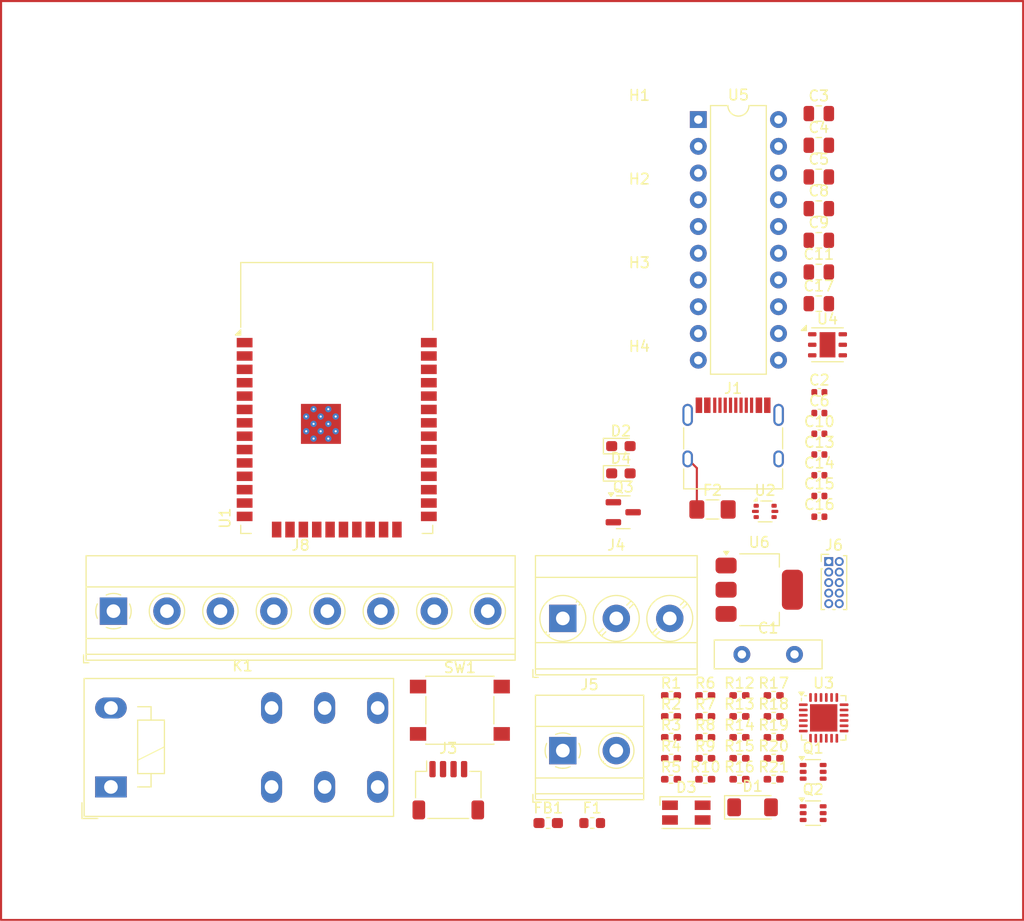
<source format=kicad_pcb>
(kicad_pcb (version 20240108) (generator "pcbnew") (generator_version "8.0")
  (layers (0 "F.Cu" signal) (31 "B.Cu" signal) (34 "B.Paste" user) (35 "F.Paste" user) (36 "B.SilkS" user "B.Silkscreen") (37 "F.SilkS" user "F.Silkscreen") (38 "B.Mask" user) (39 "F.Mask" user) (44 "Edge.Cuts" user))
  (net 0 "")
  (net 1 "Net-(J8-Pin_1)")
  (net 2 "+5V")
  (net 3 "+3.3V")
  (net 4 "/SW")
  (net 5 "Net-(U1-EN)")
  (net 6 "Net-(D1-A)")
  (net 7 "Net-(D2-A)")
  (net 8 "Net-(D3-GK)")
  (net 9 "Net-(D3-BK)")
  (net 10 "Net-(D3-RK)")
  (net 11 "Net-(D4-A)")
  (net 12 "Net-(J5-Pin_1)")
  (net 13 "Net-(F2-Pad2)")
  (net 14 "+5VP")
  (net 16 "Net-(J1-CC2)")
  (net 17 "Net-(J1-D+-PadA6)")
  (net 18 "Net-(J1-D--PadA7)")
  (net 20 "Net-(J1-CC1)")
  (net 21 "Net-(J3-Pin_4)")
  (net 22 "Net-(J3-Pin_3)")
  (net 23 "Net-(J4-Pin_1)")
  (net 24 "Net-(J4-Pin_2)")
  (net 25 "Net-(J4-Pin_3)")
  (net 26 "/GPIO34")
  (net 27 "/GPIO35")
  (net 28 "/GPIO32")
  (net 29 "/GPIO26")
  (net 31 "/GPIO33")
  (net 32 "/GPIO27")
  (net 33 "/RTS")
  (net 34 "/DTR")
  (net 35 "/IO0")
  (net 36 "/EN")
  (net 37 "Net-(Q3-B)")
  (net 38 "Net-(U3-~{RST})")
  (net 39 "Net-(U3-TXD)")
  (net 40 "/RX")
  (net 42 "Net-(U3-RXD)")
  (net 43 "/LED_R")
  (net 44 "/LED_G")
  (net 45 "/LED_B")
  (net 46 "/RELAY")
  (net 47 "Net-(U5-B0)")
  (net 48 "Net-(J5-Pin_3)")
  (net 49 "Net-(U5-B1)")
  (net 50 "Net-(J5-Pin_4)")
  (net 51 "Net-(U5-B2)")
  (net 52 "Net-(J5-Pin_5)")
  (net 53 "Net-(J5-Pin_6)")
  (net 54 "Net-(U5-B3)")
  (net 59 "/LEDSTR2")
  (net 62 "/LEDSTR3")
  (net 68 "/LEDSTR1")
  (net 71 "/LEDSTR4")
  (net 75 "Net-(U3-D-)")
  (net 76 "Net-(U3-D+)")
  (net 78 "Net-(U3-VPP)")
  (footprint "MountingHole:MountingHole_3.2mm_M3" (layer "F.Cu") (at 126.94 91.36)
    (property "Reference" "H3" (at 0 -4.2 0) (layer "F.SilkS"))
    (property "Value" "Hole_Pad")
    (pad "" np_thru_hole circle (at 0 0) (size 3.2 3.2) (drill 3.2) (layers "*.Cu" "*.Mask"))
  )
  (footprint "Resistor_SMD:R_0402_1005Metric_Pad0.72x0.64mm_HandSolder" (layer "F.Cu") (at 139.7 130.26)
    (property "Reference" "R18" (at 0 -1.17 0) (layer "F.SilkS"))
    (property "Value" "22R")
    (pad "1" smd roundrect (at -0.5975 0) (size 0.715 0.64) (layers "F.Cu" "F.Paste" "F.Mask") (net 47 "Net-(U5-B0)"))
    (pad "2" smd roundrect (at 0.5975 0) (size 0.715 0.64) (layers "F.Cu" "F.Paste" "F.Mask") (net 48 "Net-(J5-Pin_3)"))
  )
  (footprint "Resistor_SMD:R_0402_1005Metric_Pad0.72x0.64mm_HandSolder" (layer "F.Cu") (at 133.2 128.27)
    (property "Reference" "R6" (at 0 -1.17 0) (layer "F.SilkS"))
    (property "Value" "10K")
    (pad "1" smd roundrect (at -0.5975 0) (size 0.715 0.64) (layers "F.Cu" "F.Paste" "F.Mask") (net 2 "+5V"))
    (pad "2" smd roundrect (at 0.5975 0) (size 0.715 0.64) (layers "F.Cu" "F.Paste" "F.Mask") (net 11 "Net-(D4-A)"))
  )
  (footprint "Resistor_SMD:R_0402_1005Metric_Pad0.72x0.64mm_HandSolder" (layer "F.Cu") (at 139.7 136.23)
    (property "Reference" "R21" (at 0 -1.17 0) (layer "F.SilkS"))
    (property "Value" "22R")
    (pad "1" smd roundrect (at -0.5975 0) (size 0.715 0.64) (layers "F.Cu" "F.Paste" "F.Mask") (net 54 "Net-(U5-B3)"))
    (pad "2" smd roundrect (at 0.5975 0) (size 0.715 0.64) (layers "F.Cu" "F.Paste" "F.Mask") (net 53 "Net-(J5-Pin_6)"))
  )
  (footprint "Capacitor_SMD:C_0805_2012Metric" (layer "F.Cu") (at 143.99 85.03)
    (property "Reference" "C9" (at 0 -1.68 0) (layer "F.SilkS"))
    (property "Value" "22u")
    (pad "1" smd roundrect (at -0.95 0) (size 1 1.45) (layers "F.Cu" "F.Paste" "F.Mask") (net 3 "+3.3V"))
    (pad "2" smd roundrect (at 0.95 0) (size 1 1.45) (layers "F.Cu" "F.Paste" "F.Mask") (net 2 "+5V"))
  )
  (footprint "Package_DFN_QFN:DFN-6-1EP_3x3mm_P1mm_EP1.5x2.4mm" (layer "F.Cu") (at 144.815 94.955)
    (property "Reference" "U4" (at 0 -2.45 0) (layer "F.SilkS"))
    (property "Value" "Si7021-A20")
    (pad "1" smd roundrect (at -1.45 -1) (size 0.8 0.4) (layers "F.Cu" "F.Paste" "F.Mask") (net 22 "Net-(J3-Pin_3)"))
    (pad "2" smd roundrect (at -1.45 0) (size 0.8 0.4) (layers "F.Cu" "F.Paste" "F.Mask") (net 2 "+5V"))
    (pad "3" smd roundrect (at -1.45 1) (size 0.8 0.4) (layers "F.Cu" "F.Paste" "F.Mask"))
    (pad "4" smd roundrect (at 1.45 1) (size 0.8 0.4) (layers "F.Cu" "F.Paste" "F.Mask"))
    (pad "5" smd roundrect (at 1.45 0) (size 0.8 0.4) (layers "F.Cu" "F.Paste" "F.Mask") (net 3 "+3.3V"))
    (pad "6" smd roundrect (at 1.45 -1) (size 0.8 0.4) (layers "F.Cu" "F.Paste" "F.Mask") (net 21 "Net-(J3-Pin_4)"))
    (pad "7" smd rect (at 0 0) (size 1.5 2.4) (property pad_prop_heatsink) (layers "F.Cu" "F.Mask") (net 2 "+5V"))
  )
  (footprint "Resistor_SMD:R_0402_1005Metric_Pad0.72x0.64mm_HandSolder" (layer "F.Cu") (at 133.2 136.23)
    (property "Reference" "R10" (at 0 -1.17 0) (layer "F.SilkS"))
    (property "Value" "1K")
    (pad "1" smd roundrect (at -0.5975 0) (size 0.715 0.64) (layers "F.Cu" "F.Paste" "F.Mask") (net 45 "/LED_B"))
    (pad "2" smd roundrect (at 0.5975 0) (size 0.715 0.64) (layers "F.Cu" "F.Paste" "F.Mask") (net 9 "Net-(D3-BK)"))
  )
  (footprint "Capacitor_SMD:C_0402_1005Metric" (layer "F.Cu") (at 144.04 105.38)
    (property "Reference" "C13" (at 0 -1.16 0) (layer "F.SilkS"))
    (property "Value" "100n")
    (pad "1" smd roundrect (at -0.48 0) (size 0.56 0.62) (layers "F.Cu" "F.Paste" "F.Mask") (net 3 "+3.3V"))
    (pad "2" smd roundrect (at 0.48 0) (size 0.56 0.62) (layers "F.Cu" "F.Paste" "F.Mask") (net 2 "+5V"))
  )
  (footprint "Capacitor_SMD:C_0805_2012Metric" (layer "F.Cu") (at 143.99 91.05)
    (property "Reference" "C17" (at 0 -1.68 0) (layer "F.SilkS"))
    (property "Value" "22u")
    (pad "1" smd roundrect (at -0.95 0) (size 1 1.45) (layers "F.Cu" "F.Paste" "F.Mask") (net 3 "+3.3V"))
    (pad "2" smd roundrect (at 0.95 0) (size 1 1.45) (layers "F.Cu" "F.Paste" "F.Mask") (net 2 "+5V"))
  )
  (footprint "Resistor_SMD:R_0402_1005Metric_Pad0.72x0.64mm_HandSolder" (layer "F.Cu") (at 129.95 136.23)
    (property "Reference" "R5" (at 0 -1.17 0) (layer "F.SilkS"))
    (property "Value" "22R")
    (pad "1" smd roundrect (at -0.5975 0) (size 0.715 0.64) (layers "F.Cu" "F.Paste" "F.Mask") (net 42 "Net-(U3-RXD)"))
    (pad "2" smd roundrect (at 0.5975 0) (size 0.715 0.64) (layers "F.Cu" "F.Paste" "F.Mask"))
  )
  (footprint "Capacitor_SMD:C_0805_2012Metric" (layer "F.Cu") (at 143.99 72.99)
    (property "Reference" "C3" (at 0 -1.68 0) (layer "F.SilkS"))
    (property "Value" "47u")
    (pad "1" smd roundrect (at -0.95 0) (size 1 1.45) (layers "F.Cu" "F.Paste" "F.Mask") (net 2 "+5V"))
    (pad "2" smd roundrect (at 0.95 0) (size 1 1.45) (layers "F.Cu" "F.Paste" "F.Mask") (net 2 "+5V"))
  )
  (footprint "Capacitor_SMD:C_0402_1005Metric" (layer "F.Cu") (at 144.04 99.47)
    (property "Reference" "C2" (at 0 -1.16 0) (layer "F.SilkS"))
    (property "Value" "100n")
    (pad "1" smd roundrect (at -0.48 0) (size 0.56 0.62) (layers "F.Cu" "F.Paste" "F.Mask") (net 2 "+5V"))
    (pad "2" smd roundrect (at 0.48 0) (size 0.56 0.62) (layers "F.Cu" "F.Paste" "F.Mask") (net 2 "+5V"))
  )
  (footprint "TerminalBlock_Phoenix:TerminalBlock_Phoenix_MKDS-1,5-2-5.08_1x02_P5.08mm_Horizontal" (layer "F.Cu") (at 119.67 133.51)
    (property "Reference" "J5" (at 2.54 -6.26 0) (layer "F.SilkS"))
    (property "Value" "Screw_Terminal_01x08")
    (pad "1" thru_hole rect (at 0 0) (size 2.6 2.6) (drill 1.3) (layers "*.Cu" "*.Mask") (net 12 "Net-(J5-Pin_1)"))
    (pad "2" thru_hole circle (at 5.08 0) (size 2.6 2.6) (drill 1.3) (layers "*.Cu" "*.Mask") (net 12 "Net-(J5-Pin_1)"))
  )
  (footprint "Package_TO_SOT_SMD:SOT-363_SC-70-6" (layer "F.Cu") (at 143.45 135.525)
    (property "Reference" "Q1" (at 0 -2.25 0) (layer "F.SilkS"))
    (property "Value" "UMH3N")
    (pad "1" smd roundrect (at -0.95 -0.65) (size 0.65 0.4) (layers "F.Cu" "F.Paste" "F.Mask"))
    (pad "2" smd roundrect (at -0.95 0) (size 0.65 0.4) (layers "F.Cu" "F.Paste" "F.Mask"))
    (pad "3" smd roundrect (at -0.95 0.65) (size 0.65 0.4) (layers "F.Cu" "F.Paste" "F.Mask") (net 35 "/IO0"))
    (pad "4" smd roundrect (at 0.95 0.65) (size 0.65 0.4) (layers "F.Cu" "F.Paste" "F.Mask") (net 34 "/DTR"))
    (pad "5" smd roundrect (at 0.95 0) (size 0.65 0.4) (layers "F.Cu" "F.Paste" "F.Mask") (net 33 "/RTS"))
    (pad "6" smd roundrect (at 0.95 -0.65) (size 0.65 0.4) (layers "F.Cu" "F.Paste" "F.Mask"))
  )
  (footprint "Resistor_SMD:R_0402_1005Metric_Pad0.72x0.64mm_HandSolder" (layer "F.Cu") (at 139.7 134.24)
    (property "Reference" "R20" (at 0 -1.17 0) (layer "F.SilkS"))
    (property "Value" "22R")
    (pad "1" smd roundrect (at -0.5975 0) (size 0.715 0.64) (layers "F.Cu" "F.Paste" "F.Mask") (net 51 "Net-(U5-B2)"))
    (pad "2" smd roundrect (at 0.5975 0) (size 0.715 0.64) (layers "F.Cu" "F.Paste" "F.Mask") (net 52 "Net-(J5-Pin_5)"))
  )
  (footprint "Resistor_SMD:R_0402_1005Metric_Pad0.72x0.64mm_HandSolder" (layer "F.Cu") (at 133.2 134.24)
    (property "Reference" "R9" (at 0 -1.17 0) (layer "F.SilkS"))
    (property "Value" "1K")
    (pad "1" smd roundrect (at -0.5975 0) (size 0.715 0.64) (layers "F.Cu" "F.Paste" "F.Mask") (net 44 "/LED_G"))
    (pad "2" smd roundrect (at 0.5975 0) (size 0.715 0.64) (layers "F.Cu" "F.Paste" "F.Mask") (net 8 "Net-(D3-GK)"))
  )
  (footprint "Resistor_SMD:R_0402_1005Metric_Pad0.72x0.64mm_HandSolder" (layer "F.Cu") (at 136.45 128.27)
    (property "Reference" "R12" (at 0 -1.17 0) (layer "F.SilkS"))
    (property "Value" "47K")
    (pad "1" smd roundrect (at -0.5975 0) (size 0.715 0.64) (layers "F.Cu" "F.Paste" "F.Mask") (net 3 "+3.3V"))
    (pad "2" smd roundrect (at 0.5975 0) (size 0.715 0.64) (layers "F.Cu" "F.Paste" "F.Mask") (net 22 "Net-(J3-Pin_3)"))
  )
  (footprint "TerminalBlock_Phoenix:TerminalBlock_Phoenix_MKDS-1,5-8-5.08_1x08_P5.08mm_Horizontal" (layer "F.Cu") (at 76.98 120.26)
    (property "Reference" "J8" (at 17.78 -6.26 0) (layer "F.SilkS"))
    (property "Value" "Screw_Terminal_01x02")
    (pad "1" thru_hole rect (at 0 0) (size 2.6 2.6) (drill 1.3) (layers "*.Cu" "*.Mask") (net 1 "Net-(J8-Pin_1)"))
    (pad "2" thru_hole circle (at 5.08 0) (size 2.6 2.6) (drill 1.3) (layers "*.Cu" "*.Mask") (net 2 "+5V"))
    (pad "3" thru_hole circle (at 10.16 0) (size 2.6 2.6) (drill 1.3) (layers "*.Cu" "*.Mask"))
    (pad "4" thru_hole circle (at 15.24 0) (size 2.6 2.6) (drill 1.3) (layers "*.Cu" "*.Mask"))
    (pad "5" thru_hole circle (at 20.32 0) (size 2.6 2.6) (drill 1.3) (layers "*.Cu" "*.Mask"))
    (pad "6" thru_hole circle (at 25.4 0) (size 2.6 2.6) (drill 1.3) (layers "*.Cu" "*.Mask"))
    (pad "7" thru_hole circle (at 30.48 0) (size 2.6 2.6) (drill 1.3) (layers "*.Cu" "*.Mask"))
    (pad "8" thru_hole circle (at 35.56 0) (size 2.6 2.6) (drill 1.3) (layers "*.Cu" "*.Mask"))
  )
  (footprint "LED_SMD:LED_RGB_Wuerth-PLCC4_3.2x2.8mm_150141M173100" (layer "F.Cu") (at 131.4 139.4)
    (property "Reference" "D3" (at 0 -2.4 0) (layer "F.SilkS"))
    (property "Value" "LED_RGBA")
    (pad "1" smd rect (at 1.55 -0.7) (size 1.5 0.9) (layers "F.Cu" "F.Paste" "F.Mask") (net 10 "Net-(D3-RK)"))
    (pad "2" smd rect (at 1.55 0.7) (size 1.5 0.9) (layers "F.Cu" "F.Paste" "F.Mask") (net 8 "Net-(D3-GK)"))
    (pad "3" smd rect (at -1.55 -0.7) (size 1.5 0.9) (layers "F.Cu" "F.Paste" "F.Mask") (net 9 "Net-(D3-BK)"))
    (pad "4" smd rect (at -1.55 0.7) (size 1.5 0.9) (layers "F.Cu" "F.Paste" "F.Mask") (net 3 "+3.3V"))
  )
  (footprint "Package_TO_SOT_SMD:SOT-363_SC-70-6" (layer "F.Cu") (at 143.45 139.45)
    (property "Reference" "Q2" (at 0 -2.25 0) (layer "F.SilkS"))
    (property "Value" "UMH3N")
    (pad "1" smd roundrect (at -0.95 -0.65) (size 0.65 0.4) (layers "F.Cu" "F.Paste" "F.Mask") (net 36 "/EN"))
    (pad "2" smd roundrect (at -0.95 0) (size 0.65 0.4) (layers "F.Cu" "F.Paste" "F.Mask") (net 34 "/DTR"))
    (pad "3" smd roundrect (at -0.95 0.65) (size 0.65 0.4) (layers "F.Cu" "F.Paste" "F.Mask"))
    (pad "4" smd roundrect (at 0.95 0.65) (size 0.65 0.4) (layers "F.Cu" "F.Paste" "F.Mask"))
    (pad "5" smd roundrect (at 0.95 0) (size 0.65 0.4) (layers "F.Cu" "F.Paste" "F.Mask"))
    (pad "6" smd roundrect (at 0.95 -0.65) (size 0.65 0.4) (layers "F.Cu" "F.Paste" "F.Mask") (net 33 "/RTS"))
  )
  (footprint "Resistor_SMD:R_0402_1005Metric_Pad0.72x0.64mm_HandSolder" (layer "F.Cu") (at 129.95 134.24)
    (property "Reference" "R4" (at 0 -1.17 0) (layer "F.SilkS"))
    (property "Value" "22R")
    (pad "1" smd roundrect (at -0.5975 0) (size 0.715 0.64) (layers "F.Cu" "F.Paste" "F.Mask") (net 39 "Net-(U3-TXD)"))
    (pad "2" smd roundrect (at 0.5975 0) (size 0.715 0.64) (layers "F.Cu" "F.Paste" "F.Mask") (net 40 "/RX"))
  )
  (footprint "Resistor_SMD:R_0402_1005Metric_Pad0.72x0.64mm_HandSolder" (layer "F.Cu") (at 136.45 132.25)
    (property "Reference" "R14" (at 0 -1.17 0) (layer "F.SilkS"))
    (property "Value" "10K")
    (pad "1" smd roundrect (at -0.5975 0) (size 0.715 0.64) (layers "F.Cu" "F.Paste" "F.Mask") (net 3 "+3.3V"))
    (pad "2" smd roundrect (at 0.5975 0) (size 0.715 0.64) (layers "F.Cu" "F.Paste" "F.Mask") (net 5 "Net-(U1-EN)"))
  )
  (footprint "Package_TO_SOT_SMD:SOT-223-3_TabPin2" (layer "F.Cu") (at 138.33 118.225)
    (property "Reference" "U6" (at 0 -4.5 0) (layer "F.SilkS"))
    (property "Value" "TLYV1117LV")
    (pad "1" smd roundrect (at -3.15 -2.3) (size 2 1.5) (layers "F.Cu" "F.Paste" "F.Mask") (net 2 "+5V"))
    (pad "2" smd roundrect (at -3.15 0) (size 2 1.5) (layers "F.Cu" "F.Paste" "F.Mask") (net 3 "+3.3V"))
    (pad "2" smd roundrect (at 3.15 0) (size 2 3.8) (layers "F.Cu" "F.Paste" "F.Mask") (net 3 "+3.3V"))
    (pad "3" smd roundrect (at -3.15 2.3) (size 2 1.5) (layers "F.Cu" "F.Paste" "F.Mask") (net 2 "+5V"))
  )
  (footprint "Resistor_SMD:R_0402_1005Metric_Pad0.72x0.64mm_HandSolder" (layer "F.Cu") (at 133.2 132.25)
    (property "Reference" "R8" (at 0 -1.17 0) (layer "F.SilkS"))
    (property "Value" "1K")
    (pad "1" smd roundrect (at -0.5975 0) (size 0.715 0.64) (layers "F.Cu" "F.Paste" "F.Mask") (net 43 "/LED_R"))
    (pad "2" smd roundrect (at 0.5975 0) (size 0.715 0.64) (layers "F.Cu" "F.Paste" "F.Mask") (net 10 "Net-(D3-RK)"))
  )
  (footprint "Connector_JST:JST_SH_SM04B-SRSS-TB_1x04-1MP_P1.00mm_Horizontal" (layer "F.Cu") (at 108.79 137.27)
    (property "Reference" "J3" (at 0 -3.98 0) (layer "F.SilkS"))
    (property "Value" "Conn_01x04")
    (pad "1" smd roundrect (at -1.5 -2) (size 0.6 1.55) (layers "F.Cu" "F.Paste" "F.Mask") (net 2 "+5V"))
    (pad "2" smd roundrect (at -0.5 -2) (size 0.6 1.55) (layers "F.Cu" "F.Paste" "F.Mask") (net 3 "+3.3V"))
    (pad "3" smd roundrect (at 0.5 -2) (size 0.6 1.55) (layers "F.Cu" "F.Paste" "F.Mask") (net 22 "Net-(J3-Pin_3)"))
    (pad "4" smd roundrect (at 1.5 -2) (size 0.6 1.55) (layers "F.Cu" "F.Paste" "F.Mask") (net 21 "Net-(J3-Pin_4)"))
    (pad "MP" smd roundrect (at -2.8 1.875) (size 1.2 1.8) (layers "F.Cu" "F.Paste" "F.Mask") (roundrect_rratio 0.208333))
    (pad "MP" smd roundrect (at 2.8 1.875) (size 1.2 1.8) (layers "F.Cu" "F.Paste" "F.Mask") (roundrect_rratio 0.208333))
  )
  (footprint "Relay_THT:Relay_SPDT_Schrack-RT1-16A-FormC_RM5mm" (layer "F.Cu") (at 76.74 136.96)
    (property "Reference" "K1" (at 12.5 -11.5 0) (layer "F.SilkS"))
    (property "Value" "RT314A05")
    (pad "11" thru_hole oval (at 20.3 -7.5 180) (size 2 3) (drill 1.3) (layers "*.Cu" "*.Mask") (net 24 "Net-(J4-Pin_2)"))
    (pad "11" thru_hole oval (at 20.3 0 180) (size 2 3) (drill 1.3) (layers "*.Cu" "*.Mask") (net 24 "Net-(J4-Pin_2)"))
    (pad "12" thru_hole oval (at 15.26 -7.5 180) (size 2 3) (drill 1.3) (layers "*.Cu" "*.Mask") (net 23 "Net-(J4-Pin_1)"))
    (pad "12" thru_hole oval (at 15.26 0 180) (size 2 3) (drill 1.3) (layers "*.Cu" "*.Mask") (net 23 "Net-(J4-Pin_1)"))
    (pad "14" thru_hole oval (at 25.34 -7.5 180) (size 2 3) (drill 1.3) (layers "*.Cu" "*.Mask") (net 25 "Net-(J4-Pin_3)"))
    (pad "14" thru_hole oval (at 25.34 0 180) (size 2 3) (drill 1.3) (layers "*.Cu" "*.Mask") (net 25 "Net-(J4-Pin_3)"))
    (pad "A1" thru_hole rect (at 0 0 180) (size 3 2) (drill 1.3) (layers "*.Cu" "*.Mask") (net 2 "+5V"))
    (pad "A2" thru_hole oval (at 0 -7.5 180) (size 3 2) (drill 1.3) (layers "*.Cu" "*.Mask") (net 6 "Net-(D1-A)"))
  )
  (footprint "Fuse:Fuse_0603_1608Metric" (layer "F.Cu") (at 122.46 140.39)
    (property "Reference" "F1" (at 0 -1.43 0) (layer "F.SilkS"))
    (property "Value" "Fuse")
    (pad "1" smd roundrect (at -0.7875 0) (size 0.875 0.95) (layers "F.Cu" "F.Paste" "F.Mask") (net 1 "Net-(J8-Pin_1)"))
    (pad "2" smd roundrect (at 0.7875 0) (size 0.875 0.95) (layers "F.Cu" "F.Paste" "F.Mask") (net 12 "Net-(J5-Pin_1)"))
  )
  (footprint "RF_Module:ESP32-WROOM-32D" (layer "F.Cu") (at 98.19 103)
    (property "Reference" "U1" (at -10.61 8.43 90) (layer "F.SilkS"))
    (property "Value" "ESP32-WROOM-32D")
    (pad "1" smd rect (at -8.75 -8.25) (size 1.5 0.9) (layers "F.Cu" "F.Paste" "F.Mask") (net 2 "+5V"))
    (pad "2" smd rect (at -8.75 -6.98) (size 1.5 0.9) (layers "F.Cu" "F.Paste" "F.Mask") (net 3 "+3.3V"))
    (pad "3" smd rect (at -8.75 -5.71) (size 1.5 0.9) (layers "F.Cu" "F.Paste" "F.Mask") (net 5 "Net-(U1-EN)"))
    (pad "4" smd rect (at -8.75 -4.44) (size 1.5 0.9) (layers "F.Cu" "F.Paste" "F.Mask"))
    (pad "5" smd rect (at -8.75 -3.17) (size 1.5 0.9) (layers "F.Cu" "F.Paste" "F.Mask"))
    (pad "6" smd rect (at -8.75 -1.9) (size 1.5 0.9) (layers "F.Cu" "F.Paste" "F.Mask") (net 26 "/GPIO34"))
    (pad "7" smd rect (at -8.75 -0.63) (size 1.5 0.9) (layers "F.Cu" "F.Paste" "F.Mask") (net 27 "/GPIO35"))
    (pad "8" smd rect (at -8.75 0.64) (size 1.5 0.9) (layers "F.Cu" "F.Paste" "F.Mask") (net 28 "/GPIO32"))
    (pad "9" smd rect (at -8.75 1.91) (size 1.5 0.9) (layers "F.Cu" "F.Paste" "F.Mask") (net 31 "/GPIO33"))
    (pad "10" smd rect (at -8.75 3.18) (size 1.5 0.9) (layers "F.Cu" "F.Paste" "F.Mask") (net 46 "/RELAY"))
    (pad "11" smd rect (at -8.75 4.45) (size 1.5 0.9) (layers "F.Cu" "F.Paste" "F.Mask") (net 29 "/GPIO26"))
    (pad "12" smd rect (at -8.75 5.72) (size 1.5 0.9) (layers "F.Cu" "F.Paste" "F.Mask") (net 32 "/GPIO27"))
    (pad "13" smd rect (at -8.75 6.99) (size 1.5 0.9) (layers "F.Cu" "F.Paste" "F.Mask") (net 45 "/LED_B"))
    (pad "14" smd rect (at -8.75 8.26) (size 1.5 0.9) (layers "F.Cu" "F.Paste" "F.Mask"))
    (pad "15" smd rect (at -5.71 9.51 90) (size 1.5 0.9) (layers "F.Cu" "F.Paste" "F.Mask") (net 2 "+5V"))
    (pad "16" smd rect (at -4.44 9.51 90) (size 1.5 0.9) (layers "F.Cu" "F.Paste" "F.Mask") (net 43 "/LED_R"))
    (pad "17" smd rect (at -3.17 9.51 90) (size 1.5 0.9) (layers "F.Cu" "F.Paste" "F.Mask"))
    (pad "18" smd rect (at -1.9 9.51 90) (size 1.5 0.9) (layers "F.Cu" "F.Paste" "F.Mask"))
    (pad "19" smd rect (at -0.63 9.51 90) (size 1.5 0.9) (layers "F.Cu" "F.Paste" "F.Mask"))
    (pad "20" smd rect (at 0.64 9.51 90) (size 1.5 0.9) (layers "F.Cu" "F.Paste" "F.Mask"))
    (pad "21" smd rect (at 1.91 9.51 90) (size 1.5 0.9) (layers "F.Cu" "F.Paste" "F.Mask"))
    (pad "22" smd rect (at 3.18 9.51 90) (size 1.5 0.9) (layers "F.Cu" "F.Paste" "F.Mask"))
    (pad "23" smd rect (at 4.45 9.51 90) (size 1.5 0.9) (layers "F.Cu" "F.Paste" "F.Mask") (net 44 "/LED_G"))
    (pad "24" smd rect (at 5.72 9.51 90) (size 1.5 0.9) (layers "F.Cu" "F.Paste" "F.Mask"))
    (pad "25" smd rect (at 8.75 8.26) (size 1.5 0.9) (layers "F.Cu" "F.Paste" "F.Mask") (net 35 "/IO0"))
    (pad "26" smd rect (at 8.75 6.99) (size 1.5 0.9) (layers "F.Cu" "F.Paste" "F.Mask"))
    (pad "27" smd rect (at 8.75 5.72) (size 1.5 0.9) (layers "F.Cu" "F.Paste" "F.Mask") (net 68 "/LEDSTR1"))
    (pad "28" smd rect (at 8.75 4.45) (size 1.5 0.9) (layers "F.Cu" "F.Paste" "F.Mask") (net 59 "/LEDSTR2"))
    (pad "29" smd rect (at 8.75 3.18) (size 1.5 0.9) (layers "F.Cu" "F.Paste" "F.Mask"))
    (pad "30" smd rect (at 8.75 1.91) (size 1.5 0.9) (layers "F.Cu" "F.Paste" "F.Mask") (net 62 "/LEDSTR3"))
    (pad "31" smd rect (at 8.75 0.64) (size 1.5 0.9) (layers "F.Cu" "F.Paste" "F.Mask") (net 71 "/LEDSTR4"))
    (pad "32" smd rect (at 8.75 -0.63) (size 1.5 0.9) (layers "F.Cu" "F.Paste" "F.Mask"))
    (pad "33" smd rect (at 8.75 -1.9) (size 1.5 0.9) (layers "F.Cu" "F.Paste" "F.Mask") (net 4 "/SW"))
    (pad "34" smd rect (at 8.75 -3.17) (size 1.5 0.9) (layers "F.Cu" "F.Paste" "F.Mask"))
    (pad "35" smd rect (at 8.75 -4.44) (size 1.5 0.9) (layers "F.Cu" "F.Paste" "F.Mask") (net 40 "/RX"))
    (pad "36" smd rect (at 8.75 -5.71) (size 1.5 0.9) (layers "F.Cu" "F.Paste" "F.Mask"))
    (pad "37" smd rect (at 8.75 -6.98) (size 1.5 0.9) (layers "F.Cu" "F.Paste" "F.Mask"))
    (pad "38" smd rect (at 8.75 -8.25) (size 1.5 0.9) (layers "F.Cu" "F.Paste" "F.Mask") (net 2 "+5V"))
    (pad "39" smd rect (at -2.9 -1.93) (size 0.9 0.9) (layers "F.Cu" "F.Paste") (net 2 "+5V"))
    (pad "39" thru_hole circle (at -2.9 -1.23) (size 0.6 0.6) (drill 0.2) (property pad_prop_heatsink) (layers "*.Cu" "F.Mask") (net 2 "+5V"))
    (pad "39" smd rect (at -2.9 -0.53) (size 0.9 0.9) (layers "F.Cu" "F.Paste") (net 2 "+5V"))
    (pad "39" thru_hole circle (at -2.9 0.17) (size 0.6 0.6) (drill 0.2) (property pad_prop_heatsink) (layers "*.Cu" "F.Mask") (net 2 "+5V"))
    (pad "39" smd rect (at -2.9 0.87) (size 0.9 0.9) (layers "F.Cu" "F.Paste") (net 2 "+5V"))
    (pad "39" thru_hole circle (at -2.2 -1.93) (size 0.6 0.6) (drill 0.2) (property pad_prop_heatsink) (layers "*.Cu" "F.Mask") (net 2 "+5V"))
    (pad "39" thru_hole circle (at -2.2 -0.53) (size 0.6 0.6) (drill 0.2) (property pad_prop_heatsink) (layers "*.Cu" "F.Mask") (net 2 "+5V"))
    (pad "39" thru_hole circle (at -2.2 0.87) (size 0.6 0.6) (drill 0.2) (property pad_prop_heatsink) (layers "*.Cu" "F.Mask") (net 2 "+5V"))
    (pad "39" thru_hole circle (at -1.525 -1.23) (size 0.6 0.6) (drill 0.2) (property pad_prop_heatsink) (layers "*.Cu" "F.Mask") (net 2 "+5V"))
    (pad "39" thru_hole circle (at -1.525 0.17) (size 0.6 0.6) (drill 0.2) (property pad_prop_heatsink) (layers "*.Cu" "F.Mask") (net 2 "+5V"))
    (pad "39" smd rect (at -1.5 -1.93) (size 0.9 0.9) (layers "F.Cu" "F.Paste") (net 2 "+5V"))
    (pad "39" smd rect (at -1.5 -0.53) (size 0.9 0.9) (layers "F.Cu" "F.Paste") (net 2 "+5V"))
    (pad "39" smd rect (at -1.5 -0.53) (size 3.8 3.8) (layers "F.Cu" "F.Mask") (net 2 "+5V"))
    (pad "39" smd rect (at -1.5 0.87) (size 0.9 0.9) (layers "F.Cu" "F.Paste") (net 2 "+5V"))
    (pad "39" thru_hole circle (at -0.8 -1.93) (size 0.6 0.6) (drill 0.2) (property pad_prop_heatsink) (layers "*.Cu" "F.Mask") (net 2 "+5V"))
    (pad "39" thru_hole circle (at -0.8 -0.53) (size 0.6 0.6) (drill 0.2) (property pad_prop_heatsink) (layers "*.Cu" "F.Mask") (net 2 "+5V"))
    (pad "39" thru_hole circle (at -0.8 0.87) (size 0.6 0.6) (drill 0.2) (property pad_prop_heatsink) (layers "*.Cu" "F.Mask") (net 2 "+5V"))
    (pad "39" smd rect (at -0.1 -1.93) (size 0.9 0.9) (layers "F.Cu" "F.Paste") (net 2 "+5V"))
    (pad "39" thru_hole circle (at -0.1 -1.23) (size 0.6 0.6) (drill 0.2) (property pad_prop_heatsink) (layers "*.Cu" "F.Mask") (net 2 "+5V"))
    (pad "39" smd rect (at -0.1 -0.53) (size 0.9 0.9) (layers "F.Cu" "F.Paste") (net 2 "+5V"))
    (pad "39" thru_hole circle (at -0.1 0.17) (size 0.6 0.6) (drill 0.2) (property pad_prop_heatsink) (layers "*.Cu" "F.Mask") (net 2 "+5V"))
    (pad "39" smd rect (at -0.1 0.87) (size 0.9 0.9) (layers "F.Cu" "F.Paste") (net 2 "+5V"))
  )
  (footprint "MountingHole:MountingHole_3.2mm_M3" (layer "F.Cu") (at 126.94 83.41)
    (property "Reference" "H2" (at 0 -4.2 0) (layer "F.SilkS"))
    (property "Value" "Hole_Pad")
    (pad "" np_thru_hole circle (at 0 0) (size 3.2 3.2) (drill 3.2) (layers "*.Cu" "*.Mask"))
  )
  (footprint "MountingHole:MountingHole_3.2mm_M3" (layer "F.Cu") (at 126.94 99.31)
    (property "Reference" "H4" (at 0 -4.2 0) (layer "F.SilkS"))
    (property "Value" "Hole_Pad")
    (pad "" np_thru_hole circle (at 0 0) (size 3.2 3.2) (drill 3.2) (layers "*.Cu" "*.Mask"))
  )
  (footprint "Package_TO_SOT_SMD:SOT-666" (layer "F.Cu") (at 138.89 110.785)
    (property "Reference" "U2" (at 0 -2 0) (layer "F.SilkS"))
    (property "Value" "USBLC6-2P6")
    (pad "1" smd roundrect (at -0.85 -0.5375) (size 0.5 0.375) (layers "F.Cu" "F.Paste" "F.Mask") (net 75 "Net-(U3-D-)"))
    (pad "2" smd roundrect (at -0.925 0) (size 0.65 0.3) (layers "F.Cu" "F.Paste" "F.Mask") (net 2 "+5V"))
    (pad "3" smd roundrect (at -0.85 0.5375) (size 0.5 0.375) (layers "F.Cu" "F.Paste" "F.Mask") (net 18 "Net-(J1-D--PadA7)"))
    (pad "4" smd roundrect (at 0.85 0.5375) (size 0.5 0.375) (layers "F.Cu" "F.Paste" "F.Mask") (net 17 "Net-(J1-D+-PadA6)"))
    (pad "5" smd roundrect (at 0.925 0) (size 0.65 0.3) (layers "F.Cu" "F.Paste" "F.Mask") (net 2 "+5V"))
    (pad "6" smd roundrect (at 0.85 -0.5375) (size 0.5 0.375) (layers "F.Cu" "F.Paste" "F.Mask") (net 76 "Net-(U3-D+)"))
  )
  (footprint "Resistor_SMD:R_0402_1005Metric_Pad0.72x0.64mm_HandSolder" (layer "F.Cu") (at 133.2 130.26)
    (property "Reference" "R7" (at 0 -1.17 0) (layer "F.SilkS"))
    (property "Value" "10K")
    (pad "1" smd roundrect (at -0.5975 0) (size 0.715 0.64) (layers "F.Cu" "F.Paste" "F.Mask") (net 3 "+3.3V"))
    (pad "2" smd roundrect (at 0.5975 0) (size 0.715 0.64) (layers "F.Cu" "F.Paste" "F.Mask") (net 4 "/SW"))
  )
  (footprint "LED_SMD:LED_0603_1608Metric_Pad1.05x0.95mm_HandSolder" (layer "F.Cu") (at 125.185 104.58)
    (property "Reference" "D2" (at 0 -1.43 0) (layer "F.SilkS"))
    (property "Value" "YELLOW")
    (pad "1" smd roundrect (at -0.875 0) (size 1.05 0.95) (layers "F.Cu" "F.Paste" "F.Mask") (net 6 "Net-(D1-A)"))
    (pad "2" smd roundrect (at 0.875 0) (size 1.05 0.95) (layers "F.Cu" "F.Paste" "F.Mask") (net 7 "Net-(D2-A)"))
  )
  (footprint "Capacitor_THT:C_Disc_D10.0mm_W2.5mm_P5.00mm" (layer "F.Cu") (at 136.68 124.37)
    (property "Reference" "C1" (at 2.5 -2.5 0) (layer "F.SilkS"))
    (property "Value" "1000U/25V")
    (pad "1" thru_hole circle (at 0 0) (size 1.6 1.6) (drill 0.8) (layers "*.Cu" "*.Mask") (net 1 "Net-(J8-Pin_1)"))
    (pad "2" thru_hole circle (at 5 0) (size 1.6 1.6) (drill 0.8) (layers "*.Cu" "*.Mask") (net 2 "+5V"))
  )
  (footprint "Capacitor_SMD:C_0402_1005Metric" (layer "F.Cu") (at 144.04 109.32)
    (property "Reference" "C15" (at 0 -1.16 0) (layer "F.SilkS"))
    (property "Value" "100n")
    (pad "1" smd roundrect (at -0.48 0) (size 0.56 0.62) (layers "F.Cu" "F.Paste" "F.Mask") (net 2 "+5V"))
    (pad "2" smd roundrect (at 0.48 0) (size 0.56 0.62) (layers "F.Cu" "F.Paste" "F.Mask") (net 2 "+5V"))
  )
  (footprint "Capacitor_SMD:C_0402_1005Metric" (layer "F.Cu") (at 144.04 111.29)
    (property "Reference" "C16" (at 0 -1.16 0) (layer "F.SilkS"))
    (property "Value" "100n")
    (pad "1" smd roundrect (at -0.48 0) (size 0.56 0.62) (layers "F.Cu" "F.Paste" "F.Mask") (net 3 "+3.3V"))
    (pad "2" smd roundrect (at 0.48 0) (size 0.56 0.62) (layers "F.Cu" "F.Paste" "F.Mask") (net 2 "+5V"))
  )
  (footprint "Package_TO_SOT_SMD:SOT-23" (layer "F.Cu") (at 125.41 110.865)
    (property "Reference" "Q3" (at 0 -2.4 0) (layer "F.SilkS"))
    (property "Value" "BC817")
    (pad "1" smd roundrect (at -0.9375 -0.95) (size 1.475 0.6) (layers "F.Cu" "F.Paste" "F.Mask") (net 37 "Net-(Q3-B)"))
    (pad "2" smd roundrect (at -0.9375 0.95) (size 1.475 0.6) (layers "F.Cu" "F.Paste" "F.Mask") (net 2 "+5V"))
    (pad "3" smd roundrect (at 0.9375 0) (size 1.475 0.6) (layers "F.Cu" "F.Paste" "F.Mask") (net 6 "Net-(D1-A)"))
  )
  (footprint "Resistor_SMD:R_0402_1005Metric_Pad0.72x0.64mm_HandSolder" (layer "F.Cu") (at 136.45 136.23)
    (property "Reference" "R16" (at 0 -1.17 0) (layer "F.SilkS"))
    (property "Value" "1K")
    (pad "1" smd roundrect (at -0.5975 0) (size 0.715 0.64) (layers "F.Cu" "F.Paste" "F.Mask") (net 46 "/RELAY"))
    (pad "2" smd roundrect (at 0.5975 0) (size 0.715 0.64) (layers "F.Cu" "F.Paste" "F.Mask") (net 37 "Net-(Q3-B)"))
  )
  (footprint "Resistor_SMD:R_0402_1005Metric_Pad0.72x0.64mm_HandSolder" (layer "F.Cu") (at 129.95 130.26)
    (property "Reference" "R2" (at 0 -1.17 0) (layer "F.SilkS"))
    (property "Value" "51K")
    (pad "1" smd roundrect (at -0.5975 0) (size 0.715 0.64) (layers "F.Cu" "F.Paste" "F.Mask") (net 20 "Net-(J1-CC1)"))
    (pad "2" smd roundrect (at 0.5975 0) (size 0.715 0.64) (layers "F.Cu" "F.Paste" "F.Mask") (net 2 "+5V"))
  )
  (footprint "Capacitor_SMD:C_0805_2012Metric" (layer "F.Cu") (at 143.99 82.02)
    (property "Reference" "C8" (at 0 -1.68 0) (layer "F.SilkS"))
    (property "Value" "22u")
    (pad "1" smd roundrect (at -0.95 0) (size 1 1.45) (layers "F.Cu" "F.Paste" "F.Mask") (net 2 "+5V"))
    (pad "2" smd roundrect (at 0.95 0) (size 1 1.45) (layers "F.Cu" "F.Paste" "F.Mask") (net 2 "+5V"))
  )
  (footprint "Resistor_SMD:R_0402_1005Metric_Pad0.72x0.64mm_HandSolder" (layer "F.Cu") (at 139.7 128.27)
    (property "Reference" "R17" (at 0 -1.17 0) (layer "F.SilkS"))
    (property "Value" "1K")
    (pad "1" smd roundrect (at -0.5975 0) (size 0.715 0.64) (layers "F.Cu" "F.Paste" "F.Mask") (net 2 "+5V"))
    (pad "2" smd roundrect (at 0.5975 0) (size 0.715 0.64) (layers "F.Cu" "F.Paste" "F.Mask") (net 7 "Net-(D2-A)"))
  )
  (footprint "Diode_SMD:D_MiniMELF" (layer "F.Cu") (at 137.695 138.895)
    (property "Reference" "D1" (at 0 -2 0) (layer "F.SilkS"))
    (property "Value" "LL4148")
    (pad "1" smd roundrect (at -1.75 0) (size 1.3 1.7) (layers "F.Cu" "F.Paste" "F.Mask") (roundrect_rratio 0.1923076923) (net 2 "+5V"))
    (pad "2" smd roundrect (at 1.75 0) (size 1.3 1.7) (layers "F.Cu" "F.Paste" "F.Mask") (roundrect_rratio 0.1923076923) (net 6 "Net-(D1-A)"))
  )
  (footprint "Package_DFN_QFN:QFN-24-1EP_4x4mm_P0.5mm_EP2.6x2.6mm" (layer "F.Cu") (at 144.45 130.4)
    (property "Reference" "U3" (at 0 -3.3 0) (layer "F.SilkS"))
    (property "Value" "CP2104")
    (pad "1" smd roundrect (at -1.9375 -1.25) (size 0.825 0.25) (layers "F.Cu" "F.Paste" "F.Mask"))
    (pad "2" smd roundrect (at -1.9375 -0.75) (size 0.825 0.25) (layers "F.Cu" "F.Paste" "F.Mask") (net 2 "+5V"))
    (pad "3" smd roundrect (at -1.9375 -0.25) (size 0.825 0.25) (layers "F.Cu" "F.Paste" "F.Mask") (net 76 "Net-(U3-D+)"))
    (pad "4" smd roundrect (at -1.9375 0.25) (size 0.825 0.25) (layers "F.Cu" "F.Paste" "F.Mask") (net 75 "Net-(U3-D-)"))
    (pad "5" smd roundrect (at -1.9375 0.75) (size 0.825 0.25) (layers "F.Cu" "F.Paste" "F.Mask") (net 3 "+3.3V"))
    (pad "6" smd roundrect (at -1.9375 1.25) (size 0.825 0.25) (layers "F.Cu" "F.Paste" "F.Mask") (net 3 "+3.3V"))
    (pad "7" smd roundrect (at -1.25 1.9375) (size 0.25 0.825) (layers "F.Cu" "F.Paste" "F.Mask") (net 2 "+5V"))
    (pad "8" smd roundrect (at -0.75 1.9375) (size 0.25 0.825) (layers "F.Cu" "F.Paste" "F.Mask") (net 2 "+5V"))
    (pad "9" smd roundrect (at -0.25 1.9375) (size 0.25 0.825) (layers "F.Cu" "F.Paste" "F.Mask") (net 38 "Net-(U3-~{RST})"))
    (pad "10" smd roundrect (at 0.25 1.9375) (size 0.25 0.825) (layers "F.Cu" "F.Paste" "F.Mask"))
    (pad "11" smd roundrect (at 0.75 1.9375) (size 0.25 0.825) (layers "F.Cu" "F.Paste" "F.Mask"))
    (pad "12" smd roundrect (at 1.25 1.9375) (size 0.25 0.825) (layers "F.Cu" "F.Paste" "F.Mask"))
    (pad "13" smd roundrect (at 1.9375 1.25) (size 0.825 0.25) (layers "F.Cu" "F.Paste" "F.Mask"))
    (pad "14" smd roundrect (at 1.9375 0.75) (size 0.825 0.25) (layers "F.Cu" "F.Paste" "F.Mask"))
    (pad "15" smd roundrect (at 1.9375 0.25) (size 0.825 0.25) (layers "F.Cu" "F.Paste" "F.Mask"))
    (pad "16" smd roundrect (at 1.9375 -0.25) (size 0.825 0.25) (layers "F.Cu" "F.Paste" "F.Mask") (net 78 "Net-(U3-VPP)"))
    (pad "17" smd roundrect (at 1.9375 -0.75) (size 0.825 0.25) (layers "F.Cu" "F.Paste" "F.Mask"))
    (pad "18" smd roundrect (at 1.9375 -1.25) (size 0.825 0.25) (layers "F.Cu" "F.Paste" "F.Mask"))
    (pad "19" smd roundrect (at 1.25 -1.9375) (size 0.25 0.825) (layers "F.Cu" "F.Paste" "F.Mask") (net 33 "/RTS"))
    (pad "20" smd roundrect (at 0.75 -1.9375) (size 0.25 0.825) (layers "F.Cu" "F.Paste" "F.Mask") (net 42 "Net-(U3-RXD)"))
    (pad "21" smd roundrect (at 0.25 -1.9375) (size 0.25 0.825) (layers "F.Cu" "F.Paste" "F.Mask") (net 39 "Net-(U3-TXD)"))
    (pad "22" smd roundrect (at -0.25 -1.9375) (size 0.25 0.825) (layers "F.Cu" "F.Paste" "F.Mask"))
    (pad "23" smd roundrect (at -0.75 -1.9375) (size 0.25 0.825) (layers "F.Cu" "F.Paste" "F.Mask") (net 34 "/DTR"))
    (pad "24" smd roundrect (at -1.25 -1.9375) (size 0.25 0.825) (layers "F.Cu" "F.Paste" "F.Mask"))
    (pad "25" smd rect (at 0 0) (size 2.6 2.6) (property pad_prop_heatsink) (layers "F.Cu" "F.Mask") (net 2 "+5V"))
  )
  (footprint "Resistor_SMD:R_0402_1005Metric_Pad0.72x0.64mm_HandSolder" (layer "F.Cu") (at 129.95 128.27)
    (property "Reference" "R1" (at 0 -1.17 0) (layer "F.SilkS"))
    (property "Value" "51K")
    (pad "1" smd roundrect (at -0.5975 0) (size 0.715 0.64) (layers "F.Cu" "F.Paste" "F.Mask") (net 16 "Net-(J1-CC2)"))
    (pad "2" smd roundrect (at 0.5975 0) (size 0.715 0.64) (layers "F.Cu" "F.Paste" "F.Mask") (net 2 "+5V"))
  )
  (footprint "Resistor_SMD:R_0402_1005Metric_Pad0.72x0.64mm_HandSolder" (layer "F.Cu") (at 129.95 132.25)
    (property "Reference" "R3" (at 0 -1.17 0) (layer "F.SilkS"))
    (property "Value" "10K")
    (pad "1" smd roundrect (at -0.5975 0) (size 0.715 0.64) (layers "F.Cu" "F.Paste" "F.Mask") (net 3 "+3.3V"))
    (pad "2" smd roundrect (at 0.5975 0) (size 0.715 0.64) (layers "F.Cu" "F.Paste" "F.Mask") (net 38 "Net-(U3-~{RST})"))
  )
  (footprint "Capacitor_SMD:C_0402_1005Metric" (layer "F.Cu") (at 144.04 103.41)
    (property "Reference" "C10" (at 0 -1.16 0) (layer "F.SilkS"))
    (property "Value" "100n")
    (pad "1" smd roundrect (at -0.48 0) (size 0.56 0.62) (layers "F.Cu" "F.Paste" "F.Mask") (net 4 "/SW"))
    (pad "2" smd roundrect (at 0.48 0) (size 0.56 0.62) (layers "F.Cu" "F.Paste" "F.Mask") (net 2 "+5V"))
  )
  (footprint "TerminalBlock_Phoenix:TerminalBlock_Phoenix_MKDS-3-3-5.08_1x03_P5.08mm_Horizontal" (layer "F.Cu") (at 119.67 120.95)
    (property "Reference" "J4" (at 5.08 -6.96 0) (layer "F.SilkS"))
    (property "Value" "Screw_Terminal_01x03")
    (pad "1" thru_hole rect (at 0 0) (size 2.6 2.6) (drill 1.3) (layers "*.Cu" "*.Mask") (net 23 "Net-(J4-Pin_1)"))
    (pad "2" thru_hole circle (at 5.08 0) (size 2.6 2.6) (drill 1.3) (layers "*.Cu" "*.Mask") (net 24 "Net-(J4-Pin_2)"))
    (pad "3" thru_hole circle (at 10.16 0) (size 2.6 2.6) (drill 1.3) (layers "*.Cu" "*.Mask") (net 25 "Net-(J4-Pin_3)"))
  )
  (footprint "Resistor_SMD:R_0402_1005Metric_Pad0.72x0.64mm_HandSolder" (layer "F.Cu") (at 136.45 134.24)
    (property "Reference" "R15" (at 0 -1.17 0) (layer "F.SilkS"))
    (property "Value" "10K")
    (pad "1" smd roundrect (at -0.5975 0) (size 0.715 0.64) (layers "F.Cu" "F.Paste" "F.Mask") (net 37 "Net-(Q3-B)"))
    (pad "2" smd roundrect (at 0.5975 0) (size 0.715 0.64) (layers "F.Cu" "F.Paste" "F.Mask") (net 2 "+5V"))
  )
  (footprint "Capacitor_SMD:C_0805_2012Metric" (layer "F.Cu") (at 143.99 76)
    (property "Reference" "C4" (at 0 -1.68 0) (layer "F.SilkS"))
    (property "Value" "22u")
    (pad "1" smd roundrect (at -0.95 0) (size 1 1.45) (layers "F.Cu" "F.Paste" "F.Mask") (net 2 "+5V"))
    (pad "2" smd roundrect (at 0.95 0) (size 1 1.45) (layers "F.Cu" "F.Paste" "F.Mask") (net 2 "+5V"))
  )
  (footprint "Button_Switch_SMD:SW_Push_1P1T_NO_6x6mm_H9.5mm" (layer "F.Cu") (at 109.89 129.675)
    (property "Reference" "SW1" (at 0 -4.05 0) (layer "F.SilkS"))
    (property "Value" "SW_SPST")
    (pad "1" smd rect (at -3.975 -2.25) (size 1.55 1.3) (layers "F.Cu" "F.Paste" "F.Mask") (net 2 "+5V"))
    (pad "1" smd rect (at 3.975 -2.25) (size 1.55 1.3) (layers "F.Cu" "F.Paste" "F.Mask") (net 2 "+5V"))
    (pad "2" smd rect (at -3.975 2.25) (size 1.55 1.3) (layers "F.Cu" "F.Paste" "F.Mask") (net 4 "/SW"))
    (pad "2" smd rect (at 3.975 2.25) (size 1.55 1.3) (layers "F.Cu" "F.Paste" "F.Mask") (net 4 "/SW"))
  )
  (footprint "Capacitor_SMD:C_0805_2012Metric" (layer "F.Cu") (at 143.99 79.01)
    (property "Reference" "C5" (at 0 -1.68 0) (layer "F.SilkS"))
    (property "Value" "22u")
    (pad "1" smd roundrect (at -0.95 0) (size 1 1.45) (layers "F.Cu" "F.Paste" "F.Mask") (net 3 "+3.3V"))
    (pad "2" smd roundrect (at 0.95 0) (size 1 1.45) (layers "F.Cu" "F.Paste" "F.Mask") (net 2 "+5V"))
  )
  (footprint "Package_DIP:DIP-20_W7.62mm" (layer "F.Cu") (at 132.54 73.56)
    (property "Reference" "U5" (at 3.81 -2.33 0) (layer "F.SilkS"))
    (property "Value" "74AHCT245")
    (pad "1" thru_hole rect (at 0 0) (size 1.6 1.6) (drill 0.8) (layers "*.Cu" "*.Mask") (net 2 "+5V"))
    (pad "2" thru_hole oval (at 0 2.54) (size 1.6 1.6) (drill 0.8) (layers "*.Cu" "*.Mask") (net 68 "/LEDSTR1"))
    (pad "3" thru_hole oval (at 0 5.08) (size 1.6 1.6) (drill 0.8) (layers "*.Cu" "*.Mask") (net 59 "/LEDSTR2"))
    (pad "4" thru_hole oval (at 0 7.62) (size 1.6 1.6) (drill 0.8) (layers "*.Cu" "*.Mask") (net 62 "/LEDSTR3"))
    (pad "5" thru_hole oval (at 0 10.16) (size 1.6 1.6) (drill 0.8) (layers "*.Cu" "*.Mask") (net 71 "/LEDSTR4"))
    (pad "6" thru_hole oval (at 0 12.7) (size 1.6 1.6) (drill 0.8) (layers "*.Cu" "*.Mask") (net 2 "+5V"))
    (pad "7" thru_hole oval (at 0 15.24) (size 1.6 1.6) (drill 0.8) (layers "*.Cu" "*.Mask") (net 2 "+5V"))
    (pad "8" thru_hole oval (at 0 17.78) (size 1.6 1.6) (drill 0.8) (layers "*.Cu" "*.Mask") (net 2 "+5V"))
    (pad "9" thru_hole oval (at 0 20.32) (size 1.6 1.6) (drill 0.8) (layers "*.Cu" "*.Mask") (net 2 "+5V"))
    (pad "10" thru_hole oval (at 0 22.86) (size 1.6 1.6) (drill 0.8) (layers "*.Cu" "*.Mask") (net 2 "+5V"))
    (pad "11" thru_hole oval (at 7.62 22.86) (size 1.6 1.6) (drill 0.8) (layers "*.Cu" "*.Mask"))
    (pad "12" thru_hole oval (at 7.62 20.32) (size 1.6 1.6) (drill 0.8) (layers "*.Cu" "*.Mask"))
    (pad "13" thru_hole oval (at 7.62 17.78) (size 1.6 1.6) (drill 0.8) (layers "*.Cu" "*.Mask"))
    (pad "14" thru_hole oval (at 7.62 15.24) (size 1.6 1.6) (drill 0.8) (layers "*.Cu" "*.Mask"))
    (pad "15" thru_hole oval (at 7.62 12.7) (size 1.6 1.6) (drill 0.8) (layers "*.Cu" "*.Mask") (net 54 "Net-(U5-B3)"))
    (pad "16" thru_hole oval (at 7.62 10.16) (size 1.6 1.6) (drill 0.8) (layers "*.Cu" "*.Mask") (net 51 "Net-(U5-B2)"))
    (pad "17" thru_hole oval (at 7.62 7.62) (size 1.6 1.6) (drill 0.8) (layers "*.Cu" "*.Mask") (net 49 "Net-(U5-B1)"))
    (pad "18" thru_hole oval (at 7.62 5.08) (size 1.6 1.6) (drill 0.8) (layers "*.Cu" "*.Mask") (net 47 "Net-(U5-B0)"))
    (pad "19" thru_hole oval (at 7.62 2.54) (size 1.6 1.6) (drill 0.8) (layers "*.Cu" "*.Mask") (net 2 "+5V"))
    (pad "20" thru_hole oval (at 7.62 0) (size 1.6 1.6) (drill 0.8) (layers "*.Cu" "*.Mask") (net 2 "+5V"))
  )
  (footprint "Capacitor_SMD:C_0402_1005Metric" (layer "F.Cu") (at 144.04 107.35)
    (property "Reference" "C14" (at 0 -1.16 0) (layer "F.SilkS"))
    (property "Value" "100n")
    (pad "1" smd roundrect (at -0.48 0) (size 0.56 0.62) (layers "F.Cu" "F.Paste" "F.Mask") (net 5 "Net-(U1-EN)"))
    (pad "2" smd roundrect (at 0.48 0) (size 0.56 0.62) (layers "F.Cu" "F.Paste" "F.Mask") (net 2 "+5V"))
  )
  (footprint "Resistor_SMD:R_0402_1005Metric_Pad0.72x0.64mm_HandSolder" (layer "F.Cu") (at 136.45 130.26)
    (property "Reference" "R13" (at 0 -1.17 0) (layer "F.SilkS"))
    (property "Value" "10K")
    (pad "1" smd roundrect (at -0.5975 0) (size 0.715 0.64) (layers "F.Cu" "F.Paste" "F.Mask") (net 3 "+3.3V"))
    (pad "2" smd roundrect (at 0.5975 0) (size 0.715 0.64) (layers "F.Cu" "F.Paste" "F.Mask") (net 21 "Net-(J3-Pin_4)"))
  )
  (footprint "Fuse:Fuse_1206_3216Metric_Pad1.42x1.75mm_HandSolder" (layer "F.Cu") (at 133.89 110.6)
    (property "Reference" "F2" (at 0 -1.82 0) (layer "F.SilkS"))
    (property "Value" "Polyfuse_Small")
    (pad "1" smd roundrect (at -1.4875 0) (size 1.425 1.75) (layers "F.Cu" "F.Paste" "F.Mask") (roundrect_rratio 0.175439) (net 2 "+5V"))
    (pad "2" smd roundrect (at 1.4875 0) (size 1.425 1.75) (layers "F.Cu" "F.Paste" "F.Mask") (roundrect_rratio 0.175439) (net 13 "Net-(F2-Pad2)"))
  )
  (footprint "Capacitor_SMD:C_0805_2012Metric" (layer "F.Cu") (at 143.99 88.04)
    (property "Reference" "C11" (at 0 -1.68 0) (layer "F.SilkS"))
    (property "Value" "22u")
    (pad "1" smd roundrect (at -0.95 0) (size 1 1.45) (layers "F.Cu" "F.Paste" "F.Mask") (net 3 "+3.3V"))
    (pad "2" smd roundrect (at 0.95 0) (size 1 1.45) (layers "F.Cu" "F.Paste" "F.Mask") (net 2 "+5V"))
  )
  (footprint "LED_SMD:LED_0603_1608Metric_Pad1.05x0.95mm_HandSolder" (layer "F.Cu") (at 125.185 107.17)
    (property "Reference" "D4" (at 0 -1.43 0) (layer "F.SilkS"))
    (property "Value" "LED")
    (pad "1" smd roundrect (at -0.875 0) (size 1.05 0.95) (layers "F.Cu" "F.Paste" "F.Mask") (net 2 "+5V"))
    (pad "2" smd roundrect (at 0.875 0) (size 1.05 0.95) (layers "F.Cu" "F.Paste" "F.Mask") (net 11 "Net-(D4-A)"))
  )
  (footprint "Connector_USB:USB_C_Receptacle_HRO_TYPE-C-31-M-12" (layer "F.Cu") (at 135.85 104.745)
    (property "Reference" "J1" (at 0 -5.645 0) (layer "F.SilkS"))
    (property "Value" "USB_C_Receptacle_USB2.0_16P")
    (pad "" np_thru_hole circle (at -2.89 -2.6) (size 0.65 0.65) (drill 0.65) (layers "*.Cu" "*.Mask"))
    (pad "" np_thru_hole circle (at 2.89 -2.6) (size 0.65 0.65) (drill 0.65) (layers "*.Cu" "*.Mask"))
    (pad "A1" smd rect (at -3.25 -4.045) (size 0.6 1.45) (layers "F.Cu" "F.Paste" "F.Mask") (net 2 "+5V"))
    (pad "A4" smd rect (at -2.45 -4.045) (size 0.6 1.45) (layers "F.Cu" "F.Paste" "F.Mask") (net 14 "+5VP"))
    (pad "A5" smd rect (at -1.25 -4.045) (size 0.3 1.45) (layers "F.Cu" "F.Paste" "F.Mask") (net 20 "Net-(J1-CC1)"))
    (pad "A6" smd rect (at -0.25 -4.045) (size 0.3 1.45) (layers "F.Cu" "F.Paste" "F.Mask") (net 17 "Net-(J1-D+-PadA6)"))
    (pad "A7" smd rect (at 0.25 -4.045) (size 0.3 1.45) (layers "F.Cu" "F.Paste" "F.Mask") (net 18 "Net-(J1-D--PadA7)"))
    (pad "A8" smd rect (at 1.25 -4.045) (size 0.3 1.45) (layers "F.Cu" "F.Paste" "F.Mask"))
    (pad "A9" smd rect (at 2.45 -4.045) (size 0.6 1.45) (layers "F.Cu" "F.Paste" "F.Mask") (net 14 "+5VP"))
    (pad "A12" smd rect (at 3.25 -4.045) (size 0.6 1.45) (layers "F.Cu" "F.Paste" "F.Mask") (net 2 "+5V"))
    (pad "B1" smd rect (at 3.25 -4.045) (size 0.6 1.45) (layers "F.Cu" "F.Paste" "F.Mask") (net 2 "+5V"))
    (pad "B4" smd rect (at 2.45 -4.045) (size 0.6 1.45) (layers "F.Cu" "F.Paste" "F.Mask") (net 14 "+5VP"))
    (pad "B5" smd rect (at 1.75 -4.045) (size 0.3 1.45) (layers "F.Cu" "F.Paste" "F.Mask") (net 16 "Net-(J1-CC2)"))
    (pad "B6" smd rect (at 0.75 -4.045) (size 0.3 1.45) (layers "F.Cu" "F.Paste" "F.Mask") (net 17 "Net-(J1-D+-PadA6)"))
    (pad "B7" smd rect (at -0.75 -4.045) (size 0.3 1.45) (layers "F.Cu" "F.Paste" "F.Mask") (net 18 "Net-(J1-D--PadA7)"))
    (pad "B8" smd rect (at -1.75 -4.045) (size 0.3 1.45) (layers "F.Cu" "F.Paste" "F.Mask"))
    (pad "B9" smd rect (at -2.45 -4.045) (size 0.6 1.45) (layers "F.Cu" "F.Paste" "F.Mask") (net 14 "+5VP"))
    (pad "B12" smd rect (at -3.25 -4.045) (size 0.6 1.45) (layers "F.Cu" "F.Paste" "F.Mask") (net 2 "+5V"))
    (pad "S1" thru_hole oval (at -4.32 -3.13) (size 1 2.1) (drill oval 0.6 1.7) (layers "*.Cu" "*.Mask") (net 2 "+5V"))
    (pad "S1" thru_hole oval (at -4.32 1.05) (size 1 1.6) (drill oval 0.6 1.2) (layers "*.Cu" "*.Mask") (net 2 "+5V"))
    (pad "S1" thru_hole oval (at 4.32 -3.13) (size 1 2.1) (drill oval 0.6 1.7) (layers "*.Cu" "*.Mask") (net 2 "+5V"))
    (pad "S1" thru_hole oval (at 4.32 1.05) (size 1 1.6) (drill oval 0.6 1.2) (layers "*.Cu" "*.Mask") (net 2 "+5V"))
  )
  (footprint "Resistor_SMD:R_0402_1005Metric_Pad0.72x0.64mm_HandSolder" (layer "F.Cu") (at 139.7 132.25)
    (property "Reference" "R19" (at 0 -1.17 0) (layer "F.SilkS"))
    (property "Value" "22R")
    (pad "1" smd roundrect (at -0.5975 0) (size 0.715 0.64) (layers "F.Cu" "F.Paste" "F.Mask") (net 49 "Net-(U5-B1)"))
    (pad "2" smd roundrect (at 0.5975 0) (size 0.715 0.64) (layers "F.Cu" "F.Paste" "F.Mask") (net 50 "Net-(J5-Pin_4)"))
  )
  (footprint "MountingHole:MountingHole_3.2mm_M3" (layer "F.Cu") (at 126.94 75.46)
    (property "Reference" "H1" (at 0 -4.2 0) (layer "F.SilkS"))
    (property "Value" "Hole_Pad")
    (pad "" np_thru_hole circle (at 0 0) (size 3.2 3.2) (drill 3.2) (layers "*.Cu" "*.Mask"))
  )
  (footprint "Inductor_SMD:L_0603_1608Metric_Pad1.05x0.95mm_HandSolder" (layer "F.Cu") (at 118.28 140.39)
    (property "Reference" "FB1" (at 0 -1.43 0) (layer "F.SilkS"))
    (property "Value" "FerriteBead_Small")
    (pad "1" smd roundrect (at -0.875 0) (size 1.05 0.95) (layers "F.Cu" "F.Paste" "F.Mask") (net 14 "+5VP"))
    (pad "2" smd roundrect (at 0.875 0) (size 1.05 0.95) (layers "F.Cu" "F.Paste" "F.Mask") (net 13 "Net-(F2-Pad2)"))
  )
  (footprint "Connector_PinHeader_1.00mm:PinHeader_2x05_P1.00mm_Vertical" (layer "F.Cu") (at 144.93 115.55)
    (property "Reference" "J6" (at 0.5 -1.56 0) (layer "F.SilkS"))
    (property "Value" "Conn_02x05_Odd_Even")
    (pad "1" thru_hole rect (at 0 0) (size 0.85 0.85) (drill 0.5) (layers "*.Cu" "*.Mask") (net 3 "+3.3V"))
    (pad "2" thru_hole oval (at 1 0) (size 0.85 0.85) (drill 0.5) (layers "*.Cu" "*.Mask"))
    (pad "3" thru_hole oval (at 0 1) (size 0.85 0.85) (drill 0.5) (layers "*.Cu" "*.Mask") (net 29 "/GPIO26"))
    (pad "4" thru_hole oval (at 1 1) (size 0.85 0.85) (drill 0.5) (layers "*.Cu" "*.Mask") (net 31 "/GPIO33"))
    (pad "5" thru_hole oval (at 0 2) (size 0.85 0.85) (drill 0.5) (layers "*.Cu" "*.Mask") (net 32 "/GPIO27"))
    (pad "6" thru_hole oval (at 1 2) (size 0.85 0.85) (drill 0.5) (layers "*.Cu" "*.Mask") (net 26 "/GPIO34"))
    (pad "7" thru_hole oval (at 0 3) (size 0.85 0.85) (drill 0.5) (layers "*.Cu" "*.Mask") (net 28 "/GPIO32"))
    (pad "8" thru_hole oval (at 1 3) (size 0.85 0.85) (drill 0.5) (layers "*.Cu" "*.Mask") (net 27 "/GPIO35"))
    (pad "9" thru_hole oval (at 0 4) (size 0.85 0.85) (drill 0.5) (layers "*.Cu" "*.Mask") (net 2 "+5V"))
    (pad "10" thru_hole oval (at 1 4) (size 0.85 0.85) (drill 0.5) (layers "*.Cu" "*.Mask") (net 2 "+5V"))
  )
  (footprint "Capacitor_SMD:C_0402_1005Metric" (layer "F.Cu") (at 144.04 101.44)
    (property "Reference" "C6" (at 0 -1.16 0) (layer "F.SilkS"))
    (property "Value" "100n")
    (pad "1" smd roundrect (at -0.48 0) (size 0.56 0.62) (layers "F.Cu" "F.Paste" "F.Mask") (net 3 "+3.3V"))
    (pad "2" smd roundrect (at 0.48 0) (size 0.56 0.62) (layers "F.Cu" "F.Paste" "F.Mask") (net 2 "+5V"))
  )
  (gr_rect (start 66.3 62.3) (end 163.4 149.6) (stroke (width 0.2)) (fill none) (layer "F.Cu"))
  (segment (start 132.4025 106.6675) (end 131.53 105.795) (width 0.2) (layer "F.Cu") (net 2))
  (segment (start 132.4025 110.6) (end 132.4025 106.6675) (width 0.2) (layer "F.Cu") (net 2))
)
</source>
